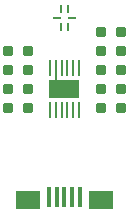
<source format=gtp>
G04 #@! TF.GenerationSoftware,KiCad,Pcbnew,(6.0.7-1)-1*
G04 #@! TF.CreationDate,2022-11-14T19:26:16+09:00*
G04 #@! TF.ProjectId,usbSerial,75736253-6572-4696-916c-2e6b69636164,V1.0*
G04 #@! TF.SameCoordinates,Original*
G04 #@! TF.FileFunction,Paste,Top*
G04 #@! TF.FilePolarity,Positive*
%FSLAX46Y46*%
G04 Gerber Fmt 4.6, Leading zero omitted, Abs format (unit mm)*
G04 Created by KiCad (PCBNEW (6.0.7-1)-1) date 2022-11-14 19:26:16*
%MOMM*%
%LPD*%
G01*
G04 APERTURE LIST*
G04 Aperture macros list*
%AMRoundRect*
0 Rectangle with rounded corners*
0 $1 Rounding radius*
0 $2 $3 $4 $5 $6 $7 $8 $9 X,Y pos of 4 corners*
0 Add a 4 corners polygon primitive as box body*
4,1,4,$2,$3,$4,$5,$6,$7,$8,$9,$2,$3,0*
0 Add four circle primitives for the rounded corners*
1,1,$1+$1,$2,$3*
1,1,$1+$1,$4,$5*
1,1,$1+$1,$6,$7*
1,1,$1+$1,$8,$9*
0 Add four rect primitives between the rounded corners*
20,1,$1+$1,$2,$3,$4,$5,0*
20,1,$1+$1,$4,$5,$6,$7,0*
20,1,$1+$1,$6,$7,$8,$9,0*
20,1,$1+$1,$8,$9,$2,$3,0*%
G04 Aperture macros list end*
%ADD10RoundRect,0.200000X0.250000X0.200000X-0.250000X0.200000X-0.250000X-0.200000X0.250000X-0.200000X0*%
%ADD11R,0.300000X1.750000*%
%ADD12R,2.100000X1.600000*%
%ADD13R,0.150000X1.400000*%
%ADD14R,0.150000X0.350000*%
%ADD15R,2.500000X1.500000*%
%ADD16R,0.200000X0.675000*%
%ADD17R,0.700000X0.200000*%
%ADD18RoundRect,0.200000X-0.250000X-0.200000X0.250000X-0.200000X0.250000X0.200000X-0.250000X0.200000X0*%
G04 APERTURE END LIST*
D10*
X-3050000Y1600000D03*
X-4750000Y1600000D03*
D11*
X-1300000Y-9125000D03*
X-650000Y-9125000D03*
X0Y-9125000D03*
X650000Y-9125000D03*
X1300000Y-9125000D03*
D12*
X3100000Y-9450000D03*
X-3100000Y-9450000D03*
D10*
X4750000Y-1600000D03*
X3050000Y-1600000D03*
D13*
X1250000Y1800000D03*
X750000Y1800000D03*
X250000Y1800000D03*
X-250000Y1800000D03*
X-750000Y1800000D03*
X-1250000Y1800000D03*
X-1250000Y-1800000D03*
X-750000Y-1800000D03*
X-250000Y-1800000D03*
X250000Y-1800000D03*
X750000Y-1800000D03*
X1250000Y-1800000D03*
D14*
X-750000Y925000D03*
D15*
X0Y0D03*
D10*
X4750000Y3200000D03*
X3050000Y3200000D03*
D16*
X-275000Y6787500D03*
X275000Y6787500D03*
D17*
X650000Y6000000D03*
D16*
X275000Y5212500D03*
X-275000Y5212500D03*
D17*
X-650000Y6000000D03*
D10*
X-3050000Y0D03*
X-4750000Y0D03*
D18*
X3050000Y4800000D03*
X4750000Y4800000D03*
D10*
X4750000Y0D03*
X3050000Y0D03*
X4750000Y1600000D03*
X3050000Y1600000D03*
X-3050000Y-1600000D03*
X-4750000Y-1600000D03*
D18*
X-4750000Y3200000D03*
X-3050000Y3200000D03*
M02*

</source>
